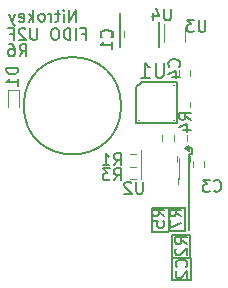
<source format=gbo>
G04 #@! TF.GenerationSoftware,KiCad,Pcbnew,(5.0.0-3-g5ebb6b6)*
G04 #@! TF.CreationDate,2018-09-01T16:23:46+02:00*
G04 #@! TF.ProjectId,nk-u2f,6E6B2D7532662E6B696361645F706362,R5*
G04 #@! TF.SameCoordinates,PX791ddc0PY5e69114*
G04 #@! TF.FileFunction,Legend,Bot*
G04 #@! TF.FilePolarity,Positive*
%FSLAX46Y46*%
G04 Gerber Fmt 4.6, Leading zero omitted, Abs format (unit mm)*
G04 Created by KiCad (PCBNEW (5.0.0-3-g5ebb6b6)) date Saturday, 01 September 2018 at 16:23:46*
%MOMM*%
%LPD*%
G01*
G04 APERTURE LIST*
%ADD10C,0.150000*%
%ADD11C,0.120000*%
G04 APERTURE END LIST*
D10*
X3155500Y-11087200D02*
X386900Y-11125300D01*
X386900Y-9106000D02*
X3180900Y-9080600D01*
X3739700Y-4038700D02*
X3485700Y-4038700D01*
X3739700Y-4534000D02*
X3523800Y-4534000D01*
X3739700Y-4038700D02*
X3739700Y-4534000D01*
X3650800Y-4038700D02*
X3739700Y-4038700D01*
X3485700Y-4254600D02*
X3193600Y-4038700D01*
X3485700Y-3848200D02*
X3485700Y-4254600D01*
X3193600Y-4038700D02*
X3485700Y-3848200D01*
X3523800Y-4534000D02*
X3523800Y-10998300D01*
X3206300Y-4038700D02*
X3587300Y-4038700D01*
X2101400Y-13309700D02*
X3536500Y-13322400D01*
X2088700Y-15227400D02*
X2076000Y-11392000D01*
X3625400Y-15189300D02*
X2088700Y-15227400D01*
X3612700Y-11392000D02*
X3625400Y-15189300D01*
X2076000Y-11392000D02*
X3612700Y-11392000D01*
X1783900Y-9080600D02*
X1783900Y-11074500D01*
X386900Y-9106000D02*
X399600Y-11163400D01*
X3180900Y-9055200D02*
X3168200Y-11087200D01*
X-5551669Y5639009D02*
X-5218336Y5639009D01*
X-5218336Y5115200D02*
X-5218336Y6115200D01*
X-5694526Y6115200D01*
X-6075479Y5115200D02*
X-6075479Y6115200D01*
X-6551669Y5115200D02*
X-6551669Y6115200D01*
X-6789764Y6115200D01*
X-6932621Y6067580D01*
X-7027860Y5972342D01*
X-7075479Y5877104D01*
X-7123098Y5686628D01*
X-7123098Y5543771D01*
X-7075479Y5353295D01*
X-7027860Y5258057D01*
X-6932621Y5162819D01*
X-6789764Y5115200D01*
X-6551669Y5115200D01*
X-7742145Y6115200D02*
X-7932621Y6115200D01*
X-8027860Y6067580D01*
X-8123098Y5972342D01*
X-8170717Y5781866D01*
X-8170717Y5448533D01*
X-8123098Y5258057D01*
X-8027860Y5162819D01*
X-7932621Y5115200D01*
X-7742145Y5115200D01*
X-7646907Y5162819D01*
X-7551669Y5258057D01*
X-7504050Y5448533D01*
X-7504050Y5781866D01*
X-7551669Y5972342D01*
X-7646907Y6067580D01*
X-7742145Y6115200D01*
X-9361193Y6115200D02*
X-9361193Y5305676D01*
X-9408812Y5210438D01*
X-9456431Y5162819D01*
X-9551669Y5115200D01*
X-9742145Y5115200D01*
X-9837383Y5162819D01*
X-9885002Y5210438D01*
X-9932621Y5305676D01*
X-9932621Y6115200D01*
X-10361193Y6019961D02*
X-10408812Y6067580D01*
X-10504050Y6115200D01*
X-10742145Y6115200D01*
X-10837383Y6067580D01*
X-10885002Y6019961D01*
X-10932621Y5924723D01*
X-10932621Y5829485D01*
X-10885002Y5686628D01*
X-10313574Y5115200D01*
X-10932621Y5115200D01*
X-11694526Y5639009D02*
X-11361193Y5639009D01*
X-11361193Y5115200D02*
X-11361193Y6115200D01*
X-11837383Y6115200D01*
X-10853574Y3743600D02*
X-10520240Y4219790D01*
X-10282145Y3743600D02*
X-10282145Y4743600D01*
X-10663098Y4743600D01*
X-10758336Y4695980D01*
X-10805955Y4648361D01*
X-10853574Y4553123D01*
X-10853574Y4410266D01*
X-10805955Y4315028D01*
X-10758336Y4267409D01*
X-10663098Y4219790D01*
X-10282145Y4219790D01*
X-11710717Y4743600D02*
X-11520240Y4743600D01*
X-11425002Y4695980D01*
X-11377383Y4648361D01*
X-11282145Y4505504D01*
X-11234526Y4315028D01*
X-11234526Y3934076D01*
X-11282145Y3838838D01*
X-11329764Y3791219D01*
X-11425002Y3743600D01*
X-11615479Y3743600D01*
X-11710717Y3791219D01*
X-11758336Y3838838D01*
X-11805955Y3934076D01*
X-11805955Y4172171D01*
X-11758336Y4267409D01*
X-11710717Y4315028D01*
X-11615479Y4362647D01*
X-11425002Y4362647D01*
X-11329764Y4315028D01*
X-11282145Y4267409D01*
X-11234526Y4172171D01*
X-6060286Y6672220D02*
X-6060286Y7672220D01*
X-6631715Y6672220D01*
X-6631715Y7672220D01*
X-7107905Y6672220D02*
X-7107905Y7338886D01*
X-7107905Y7672220D02*
X-7060286Y7624600D01*
X-7107905Y7576981D01*
X-7155524Y7624600D01*
X-7107905Y7672220D01*
X-7107905Y7576981D01*
X-7441239Y7338886D02*
X-7822191Y7338886D01*
X-7584096Y7672220D02*
X-7584096Y6815077D01*
X-7631715Y6719839D01*
X-7726953Y6672220D01*
X-7822191Y6672220D01*
X-8155524Y6672220D02*
X-8155524Y7338886D01*
X-8155524Y7148410D02*
X-8203143Y7243648D01*
X-8250762Y7291267D01*
X-8346000Y7338886D01*
X-8441239Y7338886D01*
X-8917429Y6672220D02*
X-8822191Y6719839D01*
X-8774572Y6767458D01*
X-8726953Y6862696D01*
X-8726953Y7148410D01*
X-8774572Y7243648D01*
X-8822191Y7291267D01*
X-8917429Y7338886D01*
X-9060286Y7338886D01*
X-9155524Y7291267D01*
X-9203143Y7243648D01*
X-9250762Y7148410D01*
X-9250762Y6862696D01*
X-9203143Y6767458D01*
X-9155524Y6719839D01*
X-9060286Y6672220D01*
X-8917429Y6672220D01*
X-9679334Y6672220D02*
X-9679334Y7672220D01*
X-9774572Y7053172D02*
X-10060286Y6672220D01*
X-10060286Y7338886D02*
X-9679334Y6957934D01*
X-10869810Y6719839D02*
X-10774572Y6672220D01*
X-10584096Y6672220D01*
X-10488858Y6719839D01*
X-10441239Y6815077D01*
X-10441239Y7196029D01*
X-10488858Y7291267D01*
X-10584096Y7338886D01*
X-10774572Y7338886D01*
X-10869810Y7291267D01*
X-10917429Y7196029D01*
X-10917429Y7100791D01*
X-10441239Y7005553D01*
X-11250762Y7338886D02*
X-11488858Y6672220D01*
X-11726953Y7338886D02*
X-11488858Y6672220D01*
X-11393620Y6434124D01*
X-11346000Y6386505D01*
X-11250762Y6338886D01*
D11*
G04 #@! TO.C,U2*
X2672500Y-4848300D02*
X2672500Y-6648300D01*
X-547500Y-6648300D02*
X-547500Y-4198300D01*
D10*
G04 #@! TO.C,U4*
X932400Y6663300D02*
X932400Y4563300D01*
X-2317600Y7438300D02*
X-2317600Y4563300D01*
G04 #@! TO.C,P1*
X-2255534Y-453500D02*
G75*
G03X-2255534Y-453500I-4119466J0D01*
G01*
D11*
G04 #@! TO.C,C2*
X3485800Y-6570000D02*
X3485800Y-7070000D01*
X2545800Y-7070000D02*
X2545800Y-6570000D01*
D10*
G04 #@! TO.C,U1*
X-1025000Y-1903500D02*
X-1025000Y1096500D01*
X-1025000Y1096500D02*
X-525000Y1596500D01*
X-525000Y1596500D02*
X2475000Y1596500D01*
X2475000Y1596500D02*
X2475000Y-1903500D01*
X2475000Y-1903500D02*
X-1025000Y-1903500D01*
X-775000Y1346500D02*
X-775000Y1346500D01*
X-775000Y-1653500D02*
X-775000Y-1653500D01*
X-775000Y-1653500D02*
X-775000Y-1653500D01*
X2225000Y1346500D02*
X2225000Y1346500D01*
X2225000Y1346500D02*
X2225000Y1346500D01*
X2225000Y-1653500D02*
X2225000Y-1653500D01*
X2225000Y-1653500D02*
X2225000Y-1653500D01*
D11*
G04 #@! TO.C,U3*
X3179200Y4925200D02*
X3179200Y6225200D01*
X1379200Y6475200D02*
X1379200Y4925200D01*
G04 #@! TO.C,C3*
X3815800Y-5609500D02*
X3815800Y-5109500D01*
X4755800Y-5109500D02*
X4755800Y-5609500D01*
G04 #@! TO.C,D1*
X-11825000Y896500D02*
X-10925000Y896500D01*
X-10925000Y896500D02*
X-10925000Y-553500D01*
X-11825000Y896500D02*
X-11825000Y-553500D01*
G04 #@! TO.C,R1*
X-1006480Y-5620260D02*
X-1506480Y-5620260D01*
X-1506480Y-4560260D02*
X-1006480Y-4560260D01*
G04 #@! TO.C,R2*
X3555960Y-4743740D02*
X3555960Y-5243740D01*
X2495960Y-5243740D02*
X2495960Y-4743740D01*
G04 #@! TO.C,R3*
X-1001400Y-6689600D02*
X-1501400Y-6689600D01*
X-1501400Y-5629600D02*
X-1001400Y-5629600D01*
G04 #@! TO.C,R4*
X2511200Y-598500D02*
X2511200Y-98500D01*
X3571200Y-98500D02*
X3571200Y-598500D01*
G04 #@! TO.C,R5*
X2237700Y-2917900D02*
X2237700Y-3417900D01*
X1177700Y-3417900D02*
X1177700Y-2917900D01*
G04 #@! TO.C,R7*
X3304500Y-2917900D02*
X3304500Y-3417900D01*
X2244500Y-3417900D02*
X2244500Y-2917900D01*
G04 #@! TO.C,C4*
X3597560Y2546060D02*
X3597560Y2046060D01*
X2657560Y2046060D02*
X2657560Y2546060D01*
G04 #@! TO.C,C1*
X-1975200Y5863300D02*
X-1975200Y5363300D01*
X-2915200Y5363300D02*
X-2915200Y5863300D01*
G04 #@! TO.C,U2*
D10*
X-400596Y-6894680D02*
X-400596Y-7704204D01*
X-448215Y-7799442D01*
X-495834Y-7847061D01*
X-591072Y-7894680D01*
X-781548Y-7894680D01*
X-876786Y-7847061D01*
X-924405Y-7799442D01*
X-972024Y-7704204D01*
X-972024Y-6894680D01*
X-1400596Y-6989919D02*
X-1448215Y-6942300D01*
X-1543453Y-6894680D01*
X-1781548Y-6894680D01*
X-1876786Y-6942300D01*
X-1924405Y-6989919D01*
X-1972024Y-7085157D01*
X-1972024Y-7180395D01*
X-1924405Y-7323252D01*
X-1352977Y-7894680D01*
X-1972024Y-7894680D01*
G04 #@! TO.C,U4*
X1948904Y7773820D02*
X1948904Y6964296D01*
X1901285Y6869058D01*
X1853666Y6821439D01*
X1758428Y6773820D01*
X1567952Y6773820D01*
X1472714Y6821439D01*
X1425095Y6869058D01*
X1377476Y6964296D01*
X1377476Y7773820D01*
X472714Y7440486D02*
X472714Y6773820D01*
X710809Y7821439D02*
X948904Y7107153D01*
X329857Y7107153D01*
G04 #@! TO.C,C2*
X3271342Y-14095533D02*
X3318961Y-14047914D01*
X3366580Y-13905057D01*
X3366580Y-13809819D01*
X3318961Y-13666961D01*
X3223723Y-13571723D01*
X3128485Y-13524104D01*
X2938009Y-13476485D01*
X2795152Y-13476485D01*
X2604676Y-13524104D01*
X2509438Y-13571723D01*
X2414200Y-13666961D01*
X2366580Y-13809819D01*
X2366580Y-13905057D01*
X2414200Y-14047914D01*
X2461819Y-14095533D01*
X2461819Y-14476485D02*
X2414200Y-14524104D01*
X2366580Y-14619342D01*
X2366580Y-14857438D01*
X2414200Y-14952676D01*
X2461819Y-15000295D01*
X2557057Y-15047914D01*
X2652295Y-15047914D01*
X2795152Y-15000295D01*
X3366580Y-14428866D01*
X3366580Y-15047914D01*
G04 #@! TO.C,U1*
X1351985Y3133543D02*
X1351985Y2162115D01*
X1294842Y2047829D01*
X1237700Y1990686D01*
X1123414Y1933543D01*
X894842Y1933543D01*
X780557Y1990686D01*
X723414Y2047829D01*
X666271Y2162115D01*
X666271Y3133543D01*
X-533729Y1933543D02*
X151985Y1933543D01*
X-190872Y1933543D02*
X-190872Y3133543D01*
X-76586Y2962115D01*
X37700Y2847829D01*
X151985Y2790686D01*
G04 #@! TO.C,U3*
X4882604Y6808620D02*
X4882604Y5999096D01*
X4834985Y5903858D01*
X4787366Y5856239D01*
X4692128Y5808620D01*
X4501652Y5808620D01*
X4406414Y5856239D01*
X4358795Y5903858D01*
X4311176Y5999096D01*
X4311176Y6808620D01*
X3930223Y6808620D02*
X3311176Y6808620D01*
X3644509Y6427667D01*
X3501652Y6427667D01*
X3406414Y6380048D01*
X3358795Y6332429D01*
X3311176Y6237191D01*
X3311176Y5999096D01*
X3358795Y5903858D01*
X3406414Y5856239D01*
X3501652Y5808620D01*
X3787366Y5808620D01*
X3882604Y5856239D01*
X3930223Y5903858D01*
G04 #@! TO.C,C3*
X5620866Y-7634342D02*
X5668485Y-7681961D01*
X5811342Y-7729580D01*
X5906580Y-7729580D01*
X6049438Y-7681961D01*
X6144676Y-7586723D01*
X6192295Y-7491485D01*
X6239914Y-7301009D01*
X6239914Y-7158152D01*
X6192295Y-6967676D01*
X6144676Y-6872438D01*
X6049438Y-6777200D01*
X5906580Y-6729580D01*
X5811342Y-6729580D01*
X5668485Y-6777200D01*
X5620866Y-6824819D01*
X5287533Y-6729580D02*
X4668485Y-6729580D01*
X5001819Y-7110533D01*
X4858961Y-7110533D01*
X4763723Y-7158152D01*
X4716104Y-7205771D01*
X4668485Y-7301009D01*
X4668485Y-7539104D01*
X4716104Y-7634342D01*
X4763723Y-7681961D01*
X4858961Y-7729580D01*
X5144676Y-7729580D01*
X5239914Y-7681961D01*
X5287533Y-7634342D01*
G04 #@! TO.C,D1*
X-10971720Y2782696D02*
X-11971720Y2782696D01*
X-11971720Y2544600D01*
X-11924100Y2401743D01*
X-11828862Y2306505D01*
X-11733624Y2258886D01*
X-11543148Y2211267D01*
X-11400291Y2211267D01*
X-11209815Y2258886D01*
X-11114577Y2306505D01*
X-11019339Y2401743D01*
X-10971720Y2544600D01*
X-10971720Y2782696D01*
X-10971720Y1258886D02*
X-10971720Y1830315D01*
X-10971720Y1544600D02*
X-11971720Y1544600D01*
X-11828862Y1639839D01*
X-11733624Y1735077D01*
X-11686005Y1830315D01*
G04 #@! TO.C,R1*
X-2862734Y-5481680D02*
X-2529400Y-5005490D01*
X-2291305Y-5481680D02*
X-2291305Y-4481680D01*
X-2672258Y-4481680D01*
X-2767496Y-4529300D01*
X-2815115Y-4576919D01*
X-2862734Y-4672157D01*
X-2862734Y-4815014D01*
X-2815115Y-4910252D01*
X-2767496Y-4957871D01*
X-2672258Y-5005490D01*
X-2291305Y-5005490D01*
X-3815115Y-5481680D02*
X-3243686Y-5481680D01*
X-3529400Y-5481680D02*
X-3529400Y-4481680D01*
X-3434162Y-4624538D01*
X-3338924Y-4719776D01*
X-3243686Y-4767395D01*
G04 #@! TO.C,R2*
X3315780Y-12177833D02*
X2839590Y-11844500D01*
X3315780Y-11606404D02*
X2315780Y-11606404D01*
X2315780Y-11987357D01*
X2363400Y-12082595D01*
X2411019Y-12130214D01*
X2506257Y-12177833D01*
X2649114Y-12177833D01*
X2744352Y-12130214D01*
X2791971Y-12082595D01*
X2839590Y-11987357D01*
X2839590Y-11606404D01*
X2411019Y-12558785D02*
X2363400Y-12606404D01*
X2315780Y-12701642D01*
X2315780Y-12939738D01*
X2363400Y-13034976D01*
X2411019Y-13082595D01*
X2506257Y-13130214D01*
X2601495Y-13130214D01*
X2744352Y-13082595D01*
X3315780Y-12511166D01*
X3315780Y-13130214D01*
G04 #@! TO.C,R3*
X-2862734Y-6764380D02*
X-2529400Y-6288190D01*
X-2291305Y-6764380D02*
X-2291305Y-5764380D01*
X-2672258Y-5764380D01*
X-2767496Y-5812000D01*
X-2815115Y-5859619D01*
X-2862734Y-5954857D01*
X-2862734Y-6097714D01*
X-2815115Y-6192952D01*
X-2767496Y-6240571D01*
X-2672258Y-6288190D01*
X-2291305Y-6288190D01*
X-3196067Y-5764380D02*
X-3815115Y-5764380D01*
X-3481781Y-6145333D01*
X-3624639Y-6145333D01*
X-3719877Y-6192952D01*
X-3767496Y-6240571D01*
X-3815115Y-6335809D01*
X-3815115Y-6573904D01*
X-3767496Y-6669142D01*
X-3719877Y-6716761D01*
X-3624639Y-6764380D01*
X-3338924Y-6764380D01*
X-3243686Y-6716761D01*
X-3196067Y-6669142D01*
G04 #@! TO.C,R4*
X3671380Y-1649533D02*
X3195190Y-1316200D01*
X3671380Y-1078104D02*
X2671380Y-1078104D01*
X2671380Y-1459057D01*
X2719000Y-1554295D01*
X2766619Y-1601914D01*
X2861857Y-1649533D01*
X3004714Y-1649533D01*
X3099952Y-1601914D01*
X3147571Y-1554295D01*
X3195190Y-1459057D01*
X3195190Y-1078104D01*
X3004714Y-2506676D02*
X3671380Y-2506676D01*
X2623761Y-2268580D02*
X3338047Y-2030485D01*
X3338047Y-2649533D01*
G04 #@! TO.C,R5*
X1390460Y-9818593D02*
X914270Y-9485260D01*
X1390460Y-9247164D02*
X390460Y-9247164D01*
X390460Y-9628117D01*
X438080Y-9723355D01*
X485699Y-9770974D01*
X580937Y-9818593D01*
X723794Y-9818593D01*
X819032Y-9770974D01*
X866651Y-9723355D01*
X914270Y-9628117D01*
X914270Y-9247164D01*
X390460Y-10723355D02*
X390460Y-10247164D01*
X866651Y-10199545D01*
X819032Y-10247164D01*
X771413Y-10342402D01*
X771413Y-10580498D01*
X819032Y-10675736D01*
X866651Y-10723355D01*
X961889Y-10770974D01*
X1199984Y-10770974D01*
X1295222Y-10723355D01*
X1342841Y-10675736D01*
X1390460Y-10580498D01*
X1390460Y-10342402D01*
X1342841Y-10247164D01*
X1295222Y-10199545D01*
G04 #@! TO.C,R7*
X2856040Y-9826213D02*
X2379850Y-9492880D01*
X2856040Y-9254784D02*
X1856040Y-9254784D01*
X1856040Y-9635737D01*
X1903660Y-9730975D01*
X1951279Y-9778594D01*
X2046517Y-9826213D01*
X2189374Y-9826213D01*
X2284612Y-9778594D01*
X2332231Y-9730975D01*
X2379850Y-9635737D01*
X2379850Y-9254784D01*
X1856040Y-10159546D02*
X1856040Y-10826213D01*
X2856040Y-10397641D01*
G04 #@! TO.C,C4*
X2649042Y2858967D02*
X2696661Y2906586D01*
X2744280Y3049443D01*
X2744280Y3144681D01*
X2696661Y3287539D01*
X2601423Y3382777D01*
X2506185Y3430396D01*
X2315709Y3478015D01*
X2172852Y3478015D01*
X1982376Y3430396D01*
X1887138Y3382777D01*
X1791900Y3287539D01*
X1744280Y3144681D01*
X1744280Y3049443D01*
X1791900Y2906586D01*
X1839519Y2858967D01*
X2077614Y2001824D02*
X2744280Y2001824D01*
X1696661Y2239920D02*
X2410947Y2478015D01*
X2410947Y1858967D01*
G04 #@! TO.C,C1*
X-3091358Y5335467D02*
X-3043739Y5383086D01*
X-2996120Y5525943D01*
X-2996120Y5621181D01*
X-3043739Y5764039D01*
X-3138977Y5859277D01*
X-3234215Y5906896D01*
X-3424691Y5954515D01*
X-3567548Y5954515D01*
X-3758024Y5906896D01*
X-3853262Y5859277D01*
X-3948500Y5764039D01*
X-3996120Y5621181D01*
X-3996120Y5525943D01*
X-3948500Y5383086D01*
X-3900881Y5335467D01*
X-2996120Y4383086D02*
X-2996120Y4954515D01*
X-2996120Y4668800D02*
X-3996120Y4668800D01*
X-3853262Y4764039D01*
X-3758024Y4859277D01*
X-3710405Y4954515D01*
G04 #@! TD*
M02*

</source>
